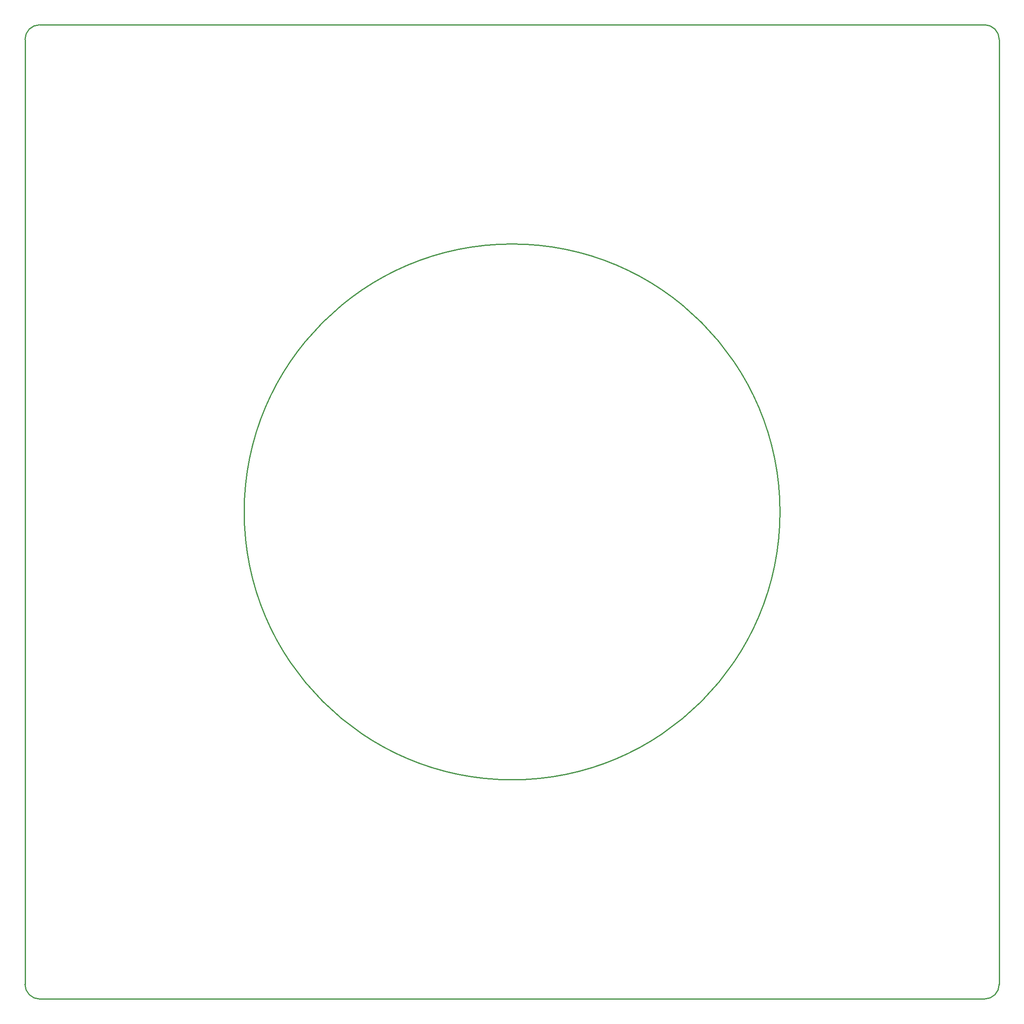
<source format=gm1>
G04*
G04 #@! TF.GenerationSoftware,Altium Limited,Altium Designer,25.7.1 (20)*
G04*
G04 Layer_Color=16711935*
%FSLAX44Y44*%
%MOMM*%
G71*
G04*
G04 #@! TF.SameCoordinates,5F069EC2-A6BB-4327-AE1D-0693668E6534*
G04*
G04*
G04 #@! TF.FilePolarity,Positive*
G04*
G01*
G75*
%ADD12C,0.2540*%
D12*
X-1000000Y-970000D02*
G03*
X-970000Y-1000000I30000J0D01*
G01*
X970000Y-1000000D02*
G03*
X1000000Y-970000I0J30000D01*
G01*
X1000000Y970000D02*
G03*
X970000Y1000000I-30000J0D01*
G01*
X-970000Y1000000D02*
G03*
X-1000000Y970000I0J-30000D01*
G01*
X550000Y0D02*
G03*
X550000Y0I-550000J0D01*
G01*
X-970000Y1000000D02*
X970000D01*
X1000000Y-970000D02*
Y970000D01*
X-970000Y-1000000D02*
X970000D01*
X-1000000Y-970000D02*
X-1000000Y970000D01*
X-970000Y-1000000D02*
Y-1000000D01*
M02*

</source>
